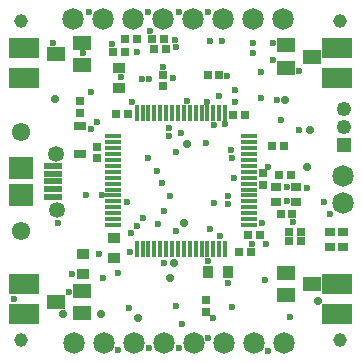
<source format=gts>
G75*
G70*
%OFA0B0*%
%FSLAX24Y24*%
%IPPOS*%
%LPD*%
%AMOC8*
5,1,8,0,0,1.08239X$1,22.5*
%
%ADD10C,0.0453*%
%ADD11R,0.0531X0.0177*%
%ADD12R,0.0177X0.0531*%
%ADD13R,0.0335X0.0256*%
%ADD14R,0.0256X0.0295*%
%ADD15R,0.0413X0.0374*%
%ADD16R,0.0295X0.0256*%
%ADD17R,0.0335X0.0315*%
%ADD18R,0.0492X0.0492*%
%ADD19C,0.0492*%
%ADD20R,0.0374X0.0413*%
%ADD21R,0.0386X0.0307*%
%ADD22R,0.0591X0.0217*%
%ADD23R,0.0807X0.0768*%
%ADD24C,0.0610*%
%ADD25C,0.0531*%
%ADD26C,0.0719*%
%ADD27R,0.0610X0.0453*%
%ADD28R,0.1043X0.0650*%
%ADD29C,0.0236*%
%ADD30C,0.0276*%
D10*
X002762Y004489D03*
X002762Y015119D03*
X013392Y015119D03*
X013392Y004489D03*
D11*
X010341Y008327D03*
X010341Y008524D03*
X010341Y008721D03*
X010341Y008918D03*
X010341Y009115D03*
X010341Y009311D03*
X010341Y009508D03*
X010341Y009705D03*
X010341Y009902D03*
X010341Y010099D03*
X010341Y010296D03*
X010341Y010493D03*
X010341Y010689D03*
X010341Y010886D03*
X010341Y011083D03*
X010341Y011280D03*
X005813Y011280D03*
X005813Y011083D03*
X005813Y010886D03*
X005813Y010689D03*
X005813Y010493D03*
X005813Y010296D03*
X005813Y010099D03*
X005813Y009902D03*
X005813Y009705D03*
X005813Y009508D03*
X005813Y009311D03*
X005813Y009115D03*
X005813Y008918D03*
X005813Y008721D03*
X005813Y008524D03*
X005813Y008327D03*
D12*
X006601Y007540D03*
X006797Y007540D03*
X006994Y007540D03*
X007191Y007540D03*
X007388Y007540D03*
X007585Y007540D03*
X007782Y007540D03*
X007979Y007540D03*
X008175Y007540D03*
X008372Y007540D03*
X008569Y007540D03*
X008766Y007540D03*
X008963Y007540D03*
X009160Y007540D03*
X009357Y007540D03*
X009553Y007540D03*
X009553Y012067D03*
X009357Y012067D03*
X009160Y012067D03*
X008963Y012067D03*
X008766Y012067D03*
X008569Y012067D03*
X008372Y012067D03*
X008175Y012067D03*
X007979Y012067D03*
X007782Y012067D03*
X007585Y012067D03*
X007388Y012067D03*
X007191Y012067D03*
X006994Y012067D03*
X006797Y012067D03*
X006601Y012067D03*
D13*
X013046Y008095D03*
X013479Y008095D03*
X013479Y007595D03*
X013046Y007595D03*
D14*
X012065Y007792D03*
X012065Y008095D03*
X011671Y008095D03*
X011671Y007792D03*
X011794Y008689D03*
X011400Y008689D03*
X010711Y007981D03*
X010317Y007981D03*
X010404Y007422D03*
X010010Y007422D03*
X011357Y010004D03*
X011750Y010004D03*
X011506Y010965D03*
X011112Y010965D03*
X010199Y012004D03*
X009805Y012004D03*
X009360Y013327D03*
X008967Y013327D03*
X007577Y014193D03*
X007522Y014520D03*
X007128Y014520D03*
X007183Y014193D03*
X006616Y014516D03*
X006223Y014516D03*
X006219Y014095D03*
X005825Y014095D03*
X005920Y012020D03*
X006313Y012020D03*
D15*
X006022Y012902D03*
X006022Y013571D03*
X005860Y007882D03*
X005860Y007213D03*
X004829Y007374D03*
X004829Y006705D03*
D16*
X005290Y010544D03*
X005290Y010937D03*
X004711Y012056D03*
X004711Y012449D03*
X007494Y012949D03*
X007494Y013343D03*
X010813Y010044D03*
X010813Y009650D03*
X008908Y005831D03*
X008908Y005437D03*
D17*
X011256Y009109D03*
X011256Y009601D03*
X011906Y009601D03*
X011906Y009109D03*
D18*
X013498Y011000D03*
D19*
X013498Y011591D03*
X013498Y012181D03*
D20*
X009640Y006744D03*
X008971Y006744D03*
D21*
X004703Y010709D03*
X004703Y011615D03*
D22*
X003821Y010292D03*
X003821Y010036D03*
X003821Y009780D03*
X003821Y009524D03*
X003821Y009268D03*
D23*
X002738Y009327D03*
X002738Y010233D03*
D24*
X002738Y011414D03*
X002738Y008126D03*
D25*
X003939Y008835D03*
X003920Y010705D03*
D26*
X004490Y015201D03*
X005490Y015201D03*
X006490Y015201D03*
X007490Y015201D03*
X008490Y015201D03*
X009490Y015201D03*
X010490Y015201D03*
X011490Y015201D03*
X013475Y009949D03*
X013475Y009048D03*
X011498Y004382D03*
X010498Y004382D03*
X009498Y004382D03*
X008498Y004382D03*
X007498Y004382D03*
X006498Y004382D03*
X005498Y004382D03*
X004498Y004382D03*
D27*
X004770Y005394D03*
X004770Y006142D03*
X003904Y005768D03*
X004770Y013662D03*
X004770Y014410D03*
X003904Y014036D03*
X011581Y014311D03*
X011581Y013563D03*
X012447Y013937D03*
X011581Y006733D03*
X011581Y005985D03*
X012447Y006359D03*
D28*
X013294Y006367D03*
X013294Y005367D03*
X013294Y013241D03*
X013294Y014241D03*
X002860Y014241D03*
X002860Y013241D03*
X002860Y006367D03*
X002860Y005367D03*
D29*
X002526Y005867D03*
X004337Y006103D03*
X004455Y006693D03*
X005360Y007363D03*
X005990Y006733D03*
X005479Y006575D03*
X006384Y007441D03*
X006423Y008071D03*
X006620Y008307D03*
X006817Y008544D03*
X007329Y008347D03*
X007526Y008780D03*
X007723Y009292D03*
X007447Y009725D03*
X007290Y010119D03*
X006975Y010552D03*
X007683Y011300D03*
X007683Y011575D03*
X008077Y011378D03*
X007920Y010748D03*
X008904Y011063D03*
X009179Y011654D03*
X009534Y011693D03*
X009888Y012441D03*
X009888Y012835D03*
X009337Y012638D03*
X008943Y012441D03*
X008274Y012461D03*
X007801Y013229D03*
X007486Y013583D03*
X007014Y013209D03*
X006778Y013209D03*
X006069Y013268D03*
X006463Y012441D03*
X005282Y011772D03*
X005085Y011536D03*
X005085Y012756D03*
X004809Y014056D03*
X005794Y014370D03*
X006620Y014095D03*
X007053Y014804D03*
X006975Y015433D03*
X007880Y014489D03*
X007920Y014252D03*
X009061Y014449D03*
X009455Y014449D03*
X008983Y015433D03*
X007998Y015433D03*
X009612Y013307D03*
X010479Y014056D03*
X010479Y014410D03*
X011148Y014410D03*
X011148Y013819D03*
X010754Y013426D03*
X010754Y012559D03*
X011266Y012481D03*
X011423Y011811D03*
X012014Y011496D03*
X010990Y010276D03*
X011620Y009607D03*
X011620Y009134D03*
X011817Y008426D03*
X010912Y007678D03*
X010439Y007678D03*
X010794Y008386D03*
X009652Y009016D03*
X009652Y009292D03*
X009179Y009056D03*
X009061Y008189D03*
X009376Y007953D03*
X008983Y007126D03*
X009652Y006378D03*
X009770Y005591D03*
X009140Y005237D03*
X008983Y004567D03*
X008116Y005040D03*
X007920Y005630D03*
X007998Y004213D03*
X007014Y004213D03*
X005990Y004174D03*
X006345Y005552D03*
X007526Y007048D03*
X007920Y008111D03*
X006266Y009095D03*
X005439Y009331D03*
X004927Y009331D03*
X003983Y008386D03*
X003825Y014410D03*
X005006Y015433D03*
X009731Y010827D03*
X009770Y010552D03*
X009849Y009882D03*
X012290Y009567D03*
X012841Y009095D03*
X013038Y008701D03*
X010872Y006496D03*
X011699Y005276D03*
X010990Y004134D03*
X012014Y013465D03*
D30*
X011542Y012481D03*
X012368Y011496D03*
X012290Y010276D03*
X008274Y011024D03*
X008195Y008386D03*
X007841Y007048D03*
X007723Y006575D03*
X006660Y005237D03*
X005400Y005355D03*
X004140Y005355D03*
X003864Y012520D03*
X012644Y005788D03*
M02*

</source>
